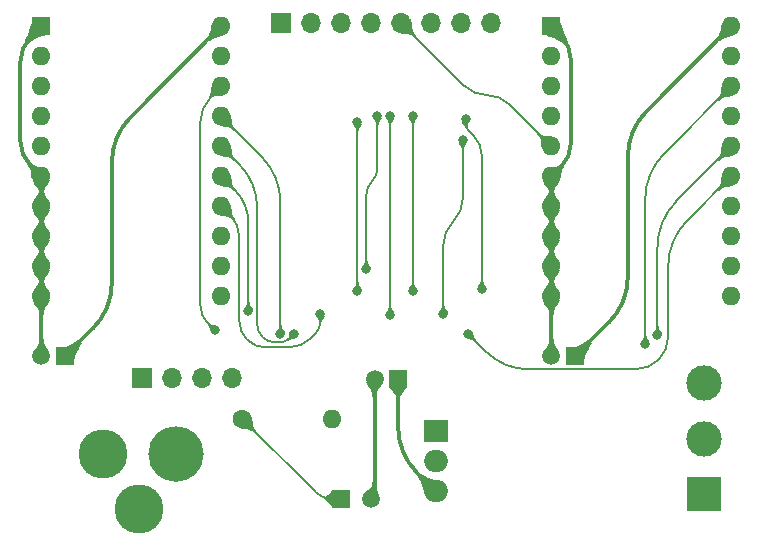
<source format=gbl>
%TF.GenerationSoftware,KiCad,Pcbnew,8.0.7*%
%TF.CreationDate,2025-03-14T18:50:49+02:00*%
%TF.ProjectId,LCD Dual 7 Segment Tester,4c434420-4475-4616-9c20-37205365676d,V1*%
%TF.SameCoordinates,Original*%
%TF.FileFunction,Copper,L2,Bot*%
%TF.FilePolarity,Positive*%
%FSLAX46Y46*%
G04 Gerber Fmt 4.6, Leading zero omitted, Abs format (unit mm)*
G04 Created by KiCad (PCBNEW 8.0.7) date 2025-03-14 18:50:49*
%MOMM*%
%LPD*%
G01*
G04 APERTURE LIST*
%TA.AperFunction,ComponentPad*%
%ADD10R,1.700000X1.700000*%
%TD*%
%TA.AperFunction,ComponentPad*%
%ADD11O,1.700000X1.700000*%
%TD*%
%TA.AperFunction,ComponentPad*%
%ADD12C,1.500000*%
%TD*%
%TA.AperFunction,ComponentPad*%
%ADD13R,1.500000X1.500000*%
%TD*%
%TA.AperFunction,ComponentPad*%
%ADD14C,4.150000*%
%TD*%
%TA.AperFunction,ComponentPad*%
%ADD15C,4.700000*%
%TD*%
%TA.AperFunction,ComponentPad*%
%ADD16C,3.000000*%
%TD*%
%TA.AperFunction,ComponentPad*%
%ADD17R,3.000000X3.000000*%
%TD*%
%TA.AperFunction,ComponentPad*%
%ADD18O,1.600000X1.600000*%
%TD*%
%TA.AperFunction,ComponentPad*%
%ADD19C,1.600000*%
%TD*%
%TA.AperFunction,ComponentPad*%
%ADD20O,2.000000X1.905000*%
%TD*%
%TA.AperFunction,ComponentPad*%
%ADD21R,2.000000X1.905000*%
%TD*%
%TA.AperFunction,ComponentPad*%
%ADD22R,1.600000X1.600000*%
%TD*%
%TA.AperFunction,ViaPad*%
%ADD23C,0.800000*%
%TD*%
%TA.AperFunction,Conductor*%
%ADD24C,0.380000*%
%TD*%
%TA.AperFunction,Conductor*%
%ADD25C,0.200000*%
%TD*%
G04 APERTURE END LIST*
D10*
%TO.P,J2,1,Pin_1*%
%TO.N,/5V*%
X9779000Y9525000D03*
D11*
%TO.P,J2,2,Pin_2*%
X12319000Y9525000D03*
%TO.P,J2,3,Pin_3*%
X14858999Y9525000D03*
%TO.P,J2,4,Pin_4*%
X17399000Y9525000D03*
%TD*%
D12*
%TO.P,C2,2*%
%TO.N,/GND*%
X1270000Y11389400D03*
D13*
%TO.P,C2,1*%
%TO.N,/5V*%
X3270000Y11389400D03*
%TD*%
D14*
%TO.P,J1,SHL2,GND*%
%TO.N,/GND*%
X6500000Y3134400D03*
%TO.P,J1,SHL1,GND*%
X9500000Y-1565600D03*
D15*
%TO.P,J1,INNER,VCC*%
%TO.N,/12V Socket*%
X12700000Y3134400D03*
%TD*%
D12*
%TO.P,LED1,2,A*%
%TO.N,/GND*%
X29210000Y-675600D03*
D13*
%TO.P,LED1,1,K*%
%TO.N,Net-(LED1-K)*%
X26670000Y-675600D03*
%TD*%
D16*
%TO.P,S1,3,P2*%
%TO.N,unconnected-(S1-P2-Pad3)*%
X57404000Y9103400D03*
%TO.P,S1,2,CM*%
%TO.N,/12V Socket*%
X57404000Y4404400D03*
D17*
%TO.P,S1,1,P1*%
%TO.N,/12V*%
X57404000Y-294600D03*
%TD*%
D12*
%TO.P,C3,2*%
%TO.N,/GND*%
X29480000Y9484400D03*
D13*
%TO.P,C3,1*%
%TO.N,/5V*%
X31480000Y9484400D03*
%TD*%
D18*
%TO.P,R1,2*%
%TO.N,/5V*%
X25908000Y6096000D03*
D19*
%TO.P,R1,1*%
%TO.N,Net-(LED1-K)*%
X18288000Y6096000D03*
%TD*%
D12*
%TO.P,C1,2*%
%TO.N,/GND*%
X44450000Y11389400D03*
D13*
%TO.P,C1,1*%
%TO.N,/5V*%
X46450000Y11389400D03*
%TD*%
D20*
%TO.P,U1,3,OUT*%
%TO.N,/5V*%
X34671000Y-40600D03*
%TO.P,U1,2,GND*%
%TO.N,/GND*%
X34671000Y2499400D03*
D21*
%TO.P,U1,1,IN*%
%TO.N,/12V*%
X34671000Y5039400D03*
%TD*%
D11*
%TO.P,J3,8,Pin_8*%
%TO.N,IC0*%
X39385000Y39624000D03*
%TO.P,J3,7,Pin_7*%
%TO.N,IC1*%
X36845000Y39624000D03*
%TO.P,J3,6,Pin_6*%
%TO.N,IC2*%
X34305000Y39624000D03*
%TO.P,J3,5,Pin_5*%
%TO.N,IC3*%
X31765000Y39624000D03*
%TO.P,J3,4,Pin_4*%
%TO.N,IC4*%
X29225000Y39624000D03*
%TO.P,J3,3,Pin_3*%
%TO.N,IC5*%
X26685000Y39624000D03*
%TO.P,J3,2,Pin_2*%
%TO.N,IC6*%
X24145000Y39624000D03*
D10*
%TO.P,J3,1,Pin_1*%
%TO.N,IC7*%
X21605000Y39624000D03*
%TD*%
D18*
%TO.P,IC14,20,5V*%
%TO.N,/5V*%
X16510000Y39329400D03*
%TO.P,IC14,19,I/O7*%
%TO.N,unconnected-(IC14-I{slash}O7-Pad19)*%
X16510000Y36789400D03*
%TO.P,IC14,18,I/O6*%
%TO.N,/Low Count Display/Left Digit 0 G segment*%
X16510000Y34249400D03*
%TO.P,IC14,17,I/O5*%
%TO.N,/Low Count Display/Left Digit 0 F segment*%
X16510000Y31709400D03*
%TO.P,IC14,16,I/O4*%
%TO.N,/Low Count Display/Left Digit 0 E segment*%
X16510000Y29169400D03*
%TO.P,IC14,15,I/O3*%
%TO.N,/Low Count Display/Left Digit 0 D segment*%
X16510000Y26629400D03*
%TO.P,IC14,14,I/O2*%
%TO.N,/Low Count Display/Left Digit 0 C segment*%
X16510000Y24089400D03*
%TO.P,IC14,13,I/O1*%
%TO.N,/Low Count Display/Left Digit 0 B segment*%
X16510000Y21549400D03*
%TO.P,IC14,12,I/O0*%
%TO.N,/Low Count Display/Left Digit 0 A segment*%
X16510000Y19009400D03*
%TO.P,IC14,11,IN9/~{OE}*%
%TO.N,/GND*%
X16510000Y16469400D03*
%TO.P,IC14,10,GND*%
X1270000Y16469400D03*
%TO.P,IC14,9,IN8*%
X1270000Y19009400D03*
%TO.P,IC14,8,IN7*%
X1270000Y21549400D03*
%TO.P,IC14,7,IN6*%
X1270000Y24089400D03*
%TO.P,IC14,6,IN5*%
X1270000Y26629400D03*
%TO.P,IC14,5,IN4*%
%TO.N,IC7*%
X1270000Y29169400D03*
%TO.P,IC14,4,IN3/PD*%
%TO.N,IC6*%
X1270000Y31709400D03*
%TO.P,IC14,3,IN2*%
%TO.N,IC5*%
X1270000Y34249400D03*
%TO.P,IC14,2,IN1*%
%TO.N,IC4*%
X1270000Y36789400D03*
D22*
%TO.P,IC14,1,CLK/IN*%
%TO.N,/GND*%
X1270000Y39329400D03*
%TD*%
D18*
%TO.P,IC6,20,5V*%
%TO.N,/5V*%
X59690000Y39329400D03*
%TO.P,IC6,19,I/O7*%
%TO.N,unconnected-(IC6-I{slash}O7-Pad19)*%
X59690000Y36789400D03*
%TO.P,IC6,18,I/O6*%
%TO.N,/Low Count Display/Right Digit 0 G segment*%
X59690000Y34249400D03*
%TO.P,IC6,17,I/O5*%
%TO.N,/Low Count Display/Right Digit 0 F segment*%
X59690000Y31709400D03*
%TO.P,IC6,16,I/O4*%
%TO.N,/Low Count Display/Right Digit 0 E segment*%
X59690000Y29169400D03*
%TO.P,IC6,15,I/O3*%
%TO.N,/Low Count Display/Right Digit 0 D segment*%
X59690000Y26629400D03*
%TO.P,IC6,14,I/O2*%
%TO.N,/Low Count Display/Right Digit 0 C segment*%
X59690000Y24089400D03*
%TO.P,IC6,13,I/O1*%
%TO.N,/Low Count Display/Right Digit 0 B segment*%
X59690000Y21549400D03*
%TO.P,IC6,12,I/O0*%
%TO.N,/Low Count Display/Right Digit 0 A segment*%
X59690000Y19009400D03*
%TO.P,IC6,11,IN9/~{OE}*%
%TO.N,/GND*%
X59690000Y16469400D03*
%TO.P,IC6,10,GND*%
X44450000Y16469400D03*
%TO.P,IC6,9,IN8*%
X44450000Y19009400D03*
%TO.P,IC6,8,IN7*%
X44450000Y21549400D03*
%TO.P,IC6,7,IN6*%
X44450000Y24089400D03*
%TO.P,IC6,6,IN5*%
X44450000Y26629400D03*
%TO.P,IC6,5,IN4*%
%TO.N,IC3*%
X44450000Y29169400D03*
%TO.P,IC6,4,IN3/PD*%
%TO.N,IC2*%
X44450000Y31709400D03*
%TO.P,IC6,3,IN2*%
%TO.N,IC1*%
X44450000Y34249400D03*
%TO.P,IC6,2,IN1*%
%TO.N,IC0*%
X44450000Y36789400D03*
D22*
%TO.P,IC6,1,CLK/IN*%
%TO.N,/GND*%
X44450000Y39329400D03*
%TD*%
D23*
%TO.N,/Low Count Display/Right \u03A9 Digit 0 B segment*%
X37211000Y31496000D03*
X38570000Y17108000D03*
%TO.N,/Low Count Display/Left \u03A9 Digit 0 A segment*%
X28028800Y31242000D03*
X28028800Y16906400D03*
%TO.N,/Low Count Display/Left \u03A9 Digit 0 B segment*%
X28778800Y18753400D03*
X29730000Y31764700D03*
%TO.N,/Low Count Display/Right \u03A9 Digit 0 G segment*%
X30803400Y31776600D03*
X30803400Y14928400D03*
%TO.N,/Low Count Display/Right \u03A9 Digit 0 F segment*%
X32730000Y16905400D03*
X32730000Y31787900D03*
%TO.N,/Low Count Display/Right Digit 0 D segment*%
X37428600Y13290400D03*
%TO.N,/Low Count Display/Right Digit 0 G segment*%
X52395900Y12446000D03*
%TO.N,/Low Count Display/Right Digit 0 E segment*%
X53437700Y13208000D03*
%TO.N,/Low Count Display/Right Digit 0 F segment*%
X35304100Y14986000D03*
X36956994Y29718000D03*
%TO.N,/Low Count Display/Left Digit 0 G segment*%
X15970000Y13597700D03*
%TO.N,/Low Count Display/Left Digit 0 F segment*%
X21513800Y13291800D03*
%TO.N,/Low Count Display/Left Digit 0 D segment*%
X18795992Y15240000D03*
%TO.N,/Low Count Display/Left Digit 0 C segment*%
X24892000Y14986000D03*
%TO.N,/Low Count Display/Left Digit 0 E segment*%
X22627100Y13284400D03*
%TD*%
D24*
%TO.N,/5V*%
X50927000Y18120363D02*
G75*
G02*
X49333204Y14272610I-5441550J7D01*
G01*
X7239000Y17612363D02*
G75*
G02*
X5645207Y13764607I-5441554J2D01*
G01*
X8832792Y31652192D02*
G75*
G03*
X7239003Y27804436I3847758J-3847752D01*
G01*
X52520792Y32160192D02*
G75*
G03*
X50926989Y28312436I3847808J-3847792D01*
G01*
X31480000Y5404363D02*
G75*
G03*
X33073791Y1556606I5441550J-3D01*
G01*
%TO.N,/GND*%
X45275500Y38503900D02*
G75*
G02*
X46100986Y36510966I-1992900J-1992900D01*
G01*
X-507999Y29664635D02*
G75*
G03*
X381000Y27518400I3035232J-2D01*
G01*
X46101000Y29447833D02*
G75*
G02*
X45275510Y27454890I-2818400J-33D01*
G01*
X381000Y38440400D02*
G75*
G03*
X-508002Y36294164I2146240J-2146240D01*
G01*
D25*
%TO.N,/Low Count Display/Left Digit 0 E segment*%
X18028000Y27651400D02*
G75*
G02*
X19546010Y23986623I-3664800J-3664800D01*
G01*
X19991700Y13028300D02*
G75*
G03*
X21067714Y12582606I1076000J1076000D01*
G01*
X22276200Y12933500D02*
G75*
G02*
X21429052Y12582620I-847100J847100D01*
G01*
X19546000Y14104314D02*
G75*
G03*
X19991696Y13028296I1521700J-14D01*
G01*
%TO.N,/Low Count Display/Left Digit 0 C segment*%
X17272000Y23327400D02*
G75*
G02*
X18033987Y21487769I-1839600J-1839600D01*
G01*
X18683700Y12812300D02*
G75*
G03*
X20252214Y12162606I1568500J1568500D01*
G01*
X24115300Y12939300D02*
G75*
G02*
X22240180Y12162608I-1875100J1875100D01*
G01*
X24892000Y14351000D02*
G75*
G02*
X24442982Y13266992I-1533000J0D01*
G01*
X18034000Y14380814D02*
G75*
G03*
X18683696Y12812296I2218200J-14D01*
G01*
%TO.N,/Low Count Display/Left Digit 0 D segment*%
X17652996Y25486404D02*
G75*
G02*
X18795981Y22726967I-2759396J-2759404D01*
G01*
%TO.N,/Low Count Display/Left Digit 0 F segment*%
X19920007Y28299392D02*
G75*
G02*
X21513801Y24451636I-3847767J-3847762D01*
G01*
%TO.N,/Low Count Display/Left Digit 0 G segment*%
X15621000Y33360400D02*
G75*
G03*
X14732015Y31214164I2146200J-2146200D01*
G01*
X14732000Y15711098D02*
G75*
G03*
X15351001Y14216701I2113400J2D01*
G01*
%TO.N,/Low Count Display/Right Digit 0 F segment*%
X36130547Y22795553D02*
G75*
G03*
X35304086Y20800333I1995253J-1995253D01*
G01*
X36956994Y24790772D02*
G75*
G02*
X36130539Y22795561I-2821694J28D01*
G01*
%TO.N,IC3*%
X40878765Y32740634D02*
G75*
G03*
X38975000Y33529208I-1903765J-1903734D01*
G01*
X37071234Y34317765D02*
G75*
G03*
X38975000Y33529190I1903766J1903735D01*
G01*
%TO.N,/Low Count Display/Right Digit 0 E segment*%
X55031492Y24510892D02*
G75*
G03*
X53437689Y20663136I3847808J-3847792D01*
G01*
%TO.N,/Low Count Display/Right Digit 0 G segment*%
X53989692Y28549092D02*
G75*
G03*
X52395889Y24701336I3847808J-3847792D01*
G01*
%TO.N,/Low Count Display/Right Digit 0 D segment*%
X53534950Y11116950D02*
G75*
G02*
X51581730Y10307887I-1953250J1953250D01*
G01*
X55937792Y22877192D02*
G75*
G03*
X54343989Y19029436I3847808J-3847792D01*
G01*
X38919850Y11799150D02*
G75*
G03*
X42520045Y10307919I3600150J3600150D01*
G01*
X54344000Y13070169D02*
G75*
G02*
X53534941Y11116959I-2762300J31D01*
G01*
%TO.N,/Low Count Display/Left \u03A9 Digit 0 B segment*%
X29730000Y27354599D02*
G75*
G02*
X29254400Y26206400I-1623800J1D01*
G01*
X29254400Y26206400D02*
G75*
G03*
X28778800Y25058200I1148200J-1148200D01*
G01*
%TO.N,/Low Count Display/Right \u03A9 Digit 0 B segment*%
X37890499Y30054499D02*
G75*
G02*
X38570016Y28414041I-1640499J-1640499D01*
G01*
X37211000Y31115000D02*
G75*
G03*
X37480411Y30464596I919800J0D01*
G01*
%TO.N,Net-(LED1-K)*%
X24490237Y-106237D02*
G75*
G03*
X25864800Y-675607I1374563J1374537D01*
G01*
%TO.N,/Low Count Display/Left Digit 0 C segment*%
X24892000Y14986000D02*
X24892000Y14351000D01*
X24115300Y12939300D02*
X24442987Y13266987D01*
X20252214Y12162600D02*
X22240180Y12162600D01*
X18034000Y21487769D02*
X18034000Y14380814D01*
X17272000Y23327400D02*
X16510000Y24089400D01*
%TO.N,/Low Count Display/Left Digit 0 G segment*%
X15351000Y14216700D02*
X15970000Y13597700D01*
X15621000Y33360400D02*
X16510000Y34249400D01*
X14732000Y31214164D02*
X14732000Y15711098D01*
%TO.N,/Low Count Display/Left Digit 0 F segment*%
X21513800Y24451636D02*
X21513800Y13291800D01*
X19920007Y28299392D02*
X16510000Y31709400D01*
D24*
%TO.N,/5V*%
X8832792Y31652192D02*
X16510000Y39329400D01*
X7239000Y17612363D02*
X7239000Y27804436D01*
X5645207Y13764607D02*
X3270000Y11389400D01*
D25*
%TO.N,/Low Count Display/Left Digit 0 D segment*%
X17652996Y25486404D02*
X16510000Y26629400D01*
X18795992Y15240000D02*
X18795992Y22726967D01*
%TO.N,/Low Count Display/Left Digit 0 E segment*%
X18028000Y27651400D02*
X16510000Y29169400D01*
X19546000Y23986623D02*
X19546000Y14104314D01*
X21067714Y12582600D02*
X21429052Y12582600D01*
X22276200Y12933500D02*
X22627100Y13284400D01*
%TO.N,/Low Count Display/Right Digit 0 F segment*%
X35304100Y20800333D02*
X35304100Y14986000D01*
X36956994Y24790772D02*
X36956994Y29718000D01*
D24*
%TO.N,/GND*%
X381000Y38440400D02*
X1270000Y39329400D01*
X-507999Y29664635D02*
X-507999Y36294164D01*
X381000Y27518400D02*
X1270000Y26629400D01*
%TO.N,/5V*%
X49333207Y14272607D02*
X46450000Y11389400D01*
X50927000Y18120363D02*
X50927000Y28312436D01*
X52520792Y32160192D02*
X59690000Y39329400D01*
%TO.N,/GND*%
X45275500Y27454900D02*
X44450000Y26629400D01*
X46101000Y36510966D02*
X46101000Y29447833D01*
X45275500Y38503900D02*
X44450000Y39329400D01*
D25*
%TO.N,/Low Count Display/Right \u03A9 Digit 0 B segment*%
X37211000Y31496000D02*
X37211000Y31115000D01*
X37890499Y30054499D02*
X37480407Y30464592D01*
X38570000Y17108000D02*
X38570000Y28414041D01*
%TO.N,IC3*%
X37071234Y34317765D02*
X31765000Y39624000D01*
X40878765Y32740634D02*
X44450000Y29169400D01*
%TO.N,/Low Count Display/Right \u03A9 Digit 0 G segment*%
X30803400Y14928400D02*
X30803400Y31776600D01*
%TO.N,/Low Count Display/Left \u03A9 Digit 0 B segment*%
X28778800Y18753400D02*
X28778800Y25058200D01*
X29730000Y31764700D02*
X29730000Y27354599D01*
%TO.N,/Low Count Display/Left \u03A9 Digit 0 A segment*%
X28028800Y31242000D02*
X28028800Y16906400D01*
%TO.N,/Low Count Display/Right Digit 0 G segment*%
X52395900Y12446000D02*
X52395900Y24701336D01*
X53989692Y28549092D02*
X59690000Y34249400D01*
%TO.N,/Low Count Display/Right Digit 0 E segment*%
X53437700Y20663136D02*
X53437700Y13208000D01*
X55031492Y24510892D02*
X59690000Y29169400D01*
%TO.N,/Low Count Display/Right Digit 0 D segment*%
X37428600Y13290400D02*
X38919850Y11799150D01*
X51581730Y10307900D02*
X42520045Y10307900D01*
X54344000Y19029436D02*
X54344000Y13070169D01*
X55937792Y22877192D02*
X59690000Y26629400D01*
D24*
%TO.N,/GND*%
X44450000Y21549400D02*
X44450000Y19009400D01*
X1270000Y24089400D02*
X1270000Y26629400D01*
X44450000Y16469400D02*
X44450000Y19009400D01*
X29480000Y9484400D02*
X29480000Y-405600D01*
X1270000Y16469400D02*
X1270000Y11389400D01*
X44450000Y24089400D02*
X44450000Y26629400D01*
X1270000Y19009400D02*
X1270000Y16469400D01*
X44450000Y21549400D02*
X44450000Y24089400D01*
X1270000Y19009400D02*
X1270000Y21549400D01*
X1270000Y21549400D02*
X1270000Y24089400D01*
X44450000Y16469400D02*
X44450000Y11389400D01*
D25*
%TO.N,Net-(LED1-K)*%
X25864800Y-675600D02*
X26670000Y-675600D01*
X24490237Y-106237D02*
X18288000Y6096000D01*
D24*
%TO.N,/5V*%
X33073792Y1556607D02*
X34671000Y-40600D01*
X31480000Y5404363D02*
X31480000Y9484400D01*
D25*
%TO.N,/Low Count Display/Right \u03A9 Digit 0 F segment*%
X32730000Y16905400D02*
X32730000Y31787900D01*
%TD*%
%TA.AperFunction,Conductor*%
%TO.N,/Low Count Display/Right \u03A9 Digit 0 B segment*%
G36*
X37215101Y31495056D02*
G01*
X37215119Y31495049D01*
X37568725Y31347850D01*
X37575046Y31341507D01*
X37575030Y31332553D01*
X37574580Y31331595D01*
X37504689Y31198961D01*
X37503934Y31197721D01*
X37430327Y31092243D01*
X37430322Y31092234D01*
X37430321Y31092233D01*
X37430320Y31092232D01*
X37376082Y30999020D01*
X37359206Y30892949D01*
X37359206Y30892946D01*
X37394691Y30758218D01*
X37393484Y30749345D01*
X37387854Y30744429D01*
X37222829Y30676072D01*
X37213875Y30676072D01*
X37207766Y30681899D01*
X37131665Y30843621D01*
X37060769Y30959048D01*
X36993377Y31055413D01*
X36993028Y31055945D01*
X36922631Y31170561D01*
X36922027Y31171680D01*
X36846655Y31331859D01*
X36846235Y31340802D01*
X36852262Y31347426D01*
X36852739Y31347637D01*
X37206119Y31495046D01*
X37215071Y31495068D01*
X37215101Y31495056D01*
G37*
%TD.AperFunction*%
%TD*%
%TA.AperFunction,Conductor*%
%TO.N,/Low Count Display/Left Digit 0 C segment*%
G36*
X24896658Y14985109D02*
G01*
X25250176Y14837671D01*
X25256492Y14831324D01*
X25256470Y14822369D01*
X25256221Y14821813D01*
X25188864Y14681373D01*
X25188296Y14680328D01*
X25124888Y14576655D01*
X25124889Y14576655D01*
X25070333Y14486674D01*
X25024952Y14377314D01*
X25024948Y14377303D01*
X24991084Y14225595D01*
X24985937Y14218267D01*
X24977835Y14216588D01*
X24801236Y14244558D01*
X24793603Y14249236D01*
X24791371Y14256362D01*
X24794447Y14400943D01*
X24794446Y14400946D01*
X24753940Y14504522D01*
X24684916Y14589383D01*
X24603361Y14687175D01*
X24602124Y14688983D01*
X24528777Y14821491D01*
X24527769Y14830387D01*
X24533348Y14837391D01*
X24534514Y14837955D01*
X24887654Y14985111D01*
X24896608Y14985130D01*
X24896658Y14985109D01*
G37*
%TD.AperFunction*%
%TD*%
%TA.AperFunction,Conductor*%
%TO.N,/Low Count Display/Left Digit 0 C segment*%
G36*
X17246541Y24390781D02*
G01*
X17252865Y24384441D01*
X17253124Y24383751D01*
X17367191Y24049065D01*
X17367600Y24047532D01*
X17418112Y23788701D01*
X17418192Y23788245D01*
X17453251Y23561170D01*
X17524747Y23311568D01*
X17679858Y22994649D01*
X17680417Y22985712D01*
X17675199Y22979373D01*
X17520063Y22889807D01*
X17511185Y22888639D01*
X17505162Y22892527D01*
X17303772Y23138538D01*
X17085934Y23231829D01*
X16841177Y23244816D01*
X16553999Y23257547D01*
X16551515Y23257927D01*
X16216761Y23346866D01*
X16209646Y23352303D01*
X16208458Y23361178D01*
X16208952Y23362641D01*
X16491850Y24047532D01*
X16507645Y24085773D01*
X16513971Y24092111D01*
X16513995Y24092121D01*
X17237586Y24390792D01*
X17246541Y24390781D01*
G37*
%TD.AperFunction*%
%TD*%
%TA.AperFunction,Conductor*%
%TO.N,/Low Count Display/Left Digit 0 G segment*%
G36*
X15483235Y14227223D02*
G01*
X15606485Y14124071D01*
X15606488Y14124069D01*
X15606490Y14124068D01*
X15649232Y14103819D01*
X15716941Y14071743D01*
X15826447Y14047752D01*
X15954418Y14022851D01*
X15955852Y14022476D01*
X16111139Y13971192D01*
X16117920Y13965343D01*
X16118580Y13956413D01*
X16118290Y13955630D01*
X15972563Y13601504D01*
X15966245Y13595157D01*
X15779405Y13518269D01*
X15612068Y13449409D01*
X15603114Y13449430D01*
X15596796Y13455777D01*
X15596515Y13456533D01*
X15545218Y13611857D01*
X15544849Y13613269D01*
X15519949Y13741235D01*
X15495954Y13850758D01*
X15443630Y13961208D01*
X15340473Y14084466D01*
X15337793Y14093007D01*
X15341174Y14100245D01*
X15467453Y14226524D01*
X15475726Y14229951D01*
X15483235Y14227223D01*
G37*
%TD.AperFunction*%
%TD*%
%TA.AperFunction,Conductor*%
%TO.N,/Low Count Display/Left Digit 0 G segment*%
G36*
X15782885Y34550597D02*
G01*
X16506128Y34252036D01*
X16512468Y34245711D01*
X16512478Y34245687D01*
X16810995Y33522770D01*
X16810985Y33513815D01*
X16804647Y33507490D01*
X16803070Y33506966D01*
X16500290Y33429881D01*
X16497342Y33429520D01*
X16240722Y33430947D01*
X16240466Y33430952D01*
X16017417Y33439351D01*
X15888762Y33403026D01*
X15805319Y33379467D01*
X15587681Y33182706D01*
X15579246Y33179700D01*
X15572540Y33182238D01*
X15432107Y33294228D01*
X15427776Y33302065D01*
X15429487Y33309586D01*
X15591958Y33568928D01*
X15591961Y33568933D01*
X15649658Y33789086D01*
X15658031Y34000385D01*
X15658062Y34000879D01*
X15678018Y34241765D01*
X15678462Y34244128D01*
X15680810Y34252036D01*
X15767205Y34543111D01*
X15772844Y34550067D01*
X15781750Y34550998D01*
X15782885Y34550597D01*
G37*
%TD.AperFunction*%
%TD*%
%TA.AperFunction,Conductor*%
%TO.N,/Low Count Display/Left Digit 0 F segment*%
G36*
X21611366Y14088373D02*
G01*
X21614747Y14081135D01*
X21628958Y13921040D01*
X21670062Y13805935D01*
X21730534Y13711532D01*
X21803411Y13603442D01*
X21804160Y13602162D01*
X21877700Y13456097D01*
X21878360Y13447167D01*
X21872511Y13440386D01*
X21871752Y13440037D01*
X21798516Y13409503D01*
X21518299Y13292675D01*
X21509350Y13292655D01*
X21155846Y13440037D01*
X21149529Y13446384D01*
X21149550Y13455338D01*
X21149899Y13456097D01*
X21152511Y13461286D01*
X21223442Y13602170D01*
X21224182Y13603435D01*
X21297061Y13711528D01*
X21357538Y13805938D01*
X21398640Y13921038D01*
X21412853Y14081135D01*
X21416998Y14089072D01*
X21424507Y14091800D01*
X21603093Y14091800D01*
X21611366Y14088373D01*
G37*
%TD.AperFunction*%
%TD*%
%TA.AperFunction,Conductor*%
%TO.N,/Low Count Display/Left Digit 0 F segment*%
G36*
X17246118Y32010606D02*
G01*
X17252443Y32004267D01*
X17252831Y32003177D01*
X17353995Y31667418D01*
X17354421Y31665326D01*
X17384416Y31393391D01*
X17384427Y31393287D01*
X17408224Y31158286D01*
X17408225Y31158283D01*
X17494518Y30922813D01*
X17705595Y30656911D01*
X17708054Y30648301D01*
X17704704Y30641364D01*
X17578035Y30514695D01*
X17569762Y30511268D01*
X17562490Y30513803D01*
X17296586Y30724880D01*
X17061119Y30811173D01*
X17061113Y30811173D01*
X17061112Y30811174D01*
X16994366Y30817932D01*
X16826008Y30834982D01*
X16554070Y30864976D01*
X16551981Y30865401D01*
X16216219Y30966569D01*
X16209289Y30972236D01*
X16208394Y30981146D01*
X16208778Y30982225D01*
X16507437Y31705612D01*
X16513762Y31711951D01*
X16513787Y31711962D01*
X17237163Y32010617D01*
X17246118Y32010606D01*
G37*
%TD.AperFunction*%
%TD*%
%TA.AperFunction,Conductor*%
%TO.N,/5V*%
G36*
X15782556Y39630732D02*
G01*
X16506212Y39331962D01*
X16512551Y39325637D01*
X16512562Y39325612D01*
X16811332Y38601956D01*
X16811321Y38593001D01*
X16804982Y38586676D01*
X16804174Y38586377D01*
X16479730Y38480199D01*
X16478235Y38479818D01*
X16220060Y38431862D01*
X15999378Y38386270D01*
X15777001Y38283453D01*
X15521185Y38070510D01*
X15512636Y38067852D01*
X15505430Y38071229D01*
X15251829Y38324830D01*
X15248403Y38333102D01*
X15251110Y38340585D01*
X15464053Y38596401D01*
X15566870Y38818778D01*
X15612462Y39039460D01*
X15660418Y39297635D01*
X15660800Y39299133D01*
X15671544Y39331962D01*
X15766972Y39623557D01*
X15772801Y39630353D01*
X15781730Y39631037D01*
X15782556Y39630732D01*
G37*
%TD.AperFunction*%
%TD*%
%TA.AperFunction,Conductor*%
%TO.N,/5V*%
G36*
X4422858Y12797200D02*
G01*
X4678254Y12541804D01*
X4681681Y12533531D01*
X4680044Y12527563D01*
X4551744Y12311251D01*
X4551740Y12311244D01*
X4551738Y12311240D01*
X4418811Y12053530D01*
X4418806Y12053519D01*
X4285874Y11762202D01*
X4209331Y11575111D01*
X4152936Y11437267D01*
X4083086Y11248882D01*
X4024218Y11090117D01*
X4018129Y11083552D01*
X4009180Y11083215D01*
X4008797Y11083365D01*
X3273784Y11386838D01*
X3267449Y11393158D01*
X2964634Y12126577D01*
X2964644Y12135530D01*
X2970983Y12141854D01*
X2972873Y12142453D01*
X3250665Y12205135D01*
X3250672Y12205137D01*
X3541993Y12304470D01*
X3542001Y12304473D01*
X3833322Y12437407D01*
X3833323Y12437408D01*
X4124651Y12603944D01*
X4124653Y12603945D01*
X4407960Y12798571D01*
X4416720Y12800431D01*
X4422858Y12797200D01*
G37*
%TD.AperFunction*%
%TD*%
%TA.AperFunction,Conductor*%
%TO.N,/Low Count Display/Left Digit 0 D segment*%
G36*
X17246118Y26930606D02*
G01*
X17252443Y26924267D01*
X17252831Y26923177D01*
X17353995Y26587418D01*
X17354421Y26585326D01*
X17384416Y26313391D01*
X17384427Y26313287D01*
X17408223Y26078286D01*
X17408224Y26078283D01*
X17494518Y25842813D01*
X17705595Y25576911D01*
X17708054Y25568301D01*
X17704704Y25561364D01*
X17578035Y25434695D01*
X17569762Y25431268D01*
X17562490Y25433803D01*
X17296586Y25644880D01*
X17061119Y25731173D01*
X17061113Y25731173D01*
X17061112Y25731174D01*
X16994366Y25737932D01*
X16826008Y25754982D01*
X16554070Y25784976D01*
X16551981Y25785401D01*
X16216219Y25886569D01*
X16209289Y25892236D01*
X16208394Y25901146D01*
X16208778Y25902225D01*
X16507437Y26625612D01*
X16513762Y26631951D01*
X16513787Y26631962D01*
X17237163Y26930617D01*
X17246118Y26930606D01*
G37*
%TD.AperFunction*%
%TD*%
%TA.AperFunction,Conductor*%
%TO.N,/Low Count Display/Left Digit 0 D segment*%
G36*
X18893558Y16036573D02*
G01*
X18896939Y16029335D01*
X18911150Y15869240D01*
X18952254Y15754135D01*
X19012726Y15659732D01*
X19085603Y15551642D01*
X19086352Y15550362D01*
X19159892Y15404297D01*
X19160552Y15395367D01*
X19154703Y15388586D01*
X19153944Y15388237D01*
X19080708Y15357703D01*
X18800491Y15240875D01*
X18791542Y15240855D01*
X18438038Y15388237D01*
X18431721Y15394584D01*
X18431742Y15403538D01*
X18432091Y15404297D01*
X18434703Y15409486D01*
X18505634Y15550370D01*
X18506374Y15551635D01*
X18579253Y15659728D01*
X18639730Y15754138D01*
X18680832Y15869238D01*
X18695045Y16029335D01*
X18699190Y16037272D01*
X18706699Y16040000D01*
X18885285Y16040000D01*
X18893558Y16036573D01*
G37*
%TD.AperFunction*%
%TD*%
%TA.AperFunction,Conductor*%
%TO.N,/Low Count Display/Left Digit 0 E segment*%
G36*
X17246118Y29470606D02*
G01*
X17252443Y29464267D01*
X17252831Y29463177D01*
X17353995Y29127418D01*
X17354421Y29125326D01*
X17384416Y28853391D01*
X17384427Y28853287D01*
X17408223Y28618286D01*
X17408224Y28618283D01*
X17494518Y28382813D01*
X17705595Y28116911D01*
X17708054Y28108301D01*
X17704704Y28101364D01*
X17578035Y27974695D01*
X17569762Y27971268D01*
X17562490Y27973803D01*
X17296586Y28184880D01*
X17061119Y28271173D01*
X17061113Y28271173D01*
X17061112Y28271174D01*
X16994366Y28277932D01*
X16826008Y28294982D01*
X16554070Y28324976D01*
X16551981Y28325401D01*
X16216219Y28426569D01*
X16209289Y28432236D01*
X16208394Y28441146D01*
X16208778Y28442225D01*
X16507437Y29165612D01*
X16513762Y29171951D01*
X16513787Y29171962D01*
X17237163Y29470617D01*
X17246118Y29470606D01*
G37*
%TD.AperFunction*%
%TD*%
%TA.AperFunction,Conductor*%
%TO.N,/Low Count Display/Left Digit 0 E segment*%
G36*
X22269775Y13432437D02*
G01*
X22623421Y13286811D01*
X22629766Y13280492D01*
X22629786Y13280443D01*
X22775404Y12926441D01*
X22775382Y12917486D01*
X22769035Y12911170D01*
X22768289Y12910892D01*
X22692472Y12885659D01*
X22629922Y12864841D01*
X22628287Y12864425D01*
X22515295Y12844219D01*
X22515050Y12844179D01*
X22415917Y12829365D01*
X22309037Y12795734D01*
X22188196Y12727955D01*
X22181592Y12724251D01*
X22172700Y12723192D01*
X22166141Y12727953D01*
X22066634Y12876878D01*
X22064888Y12885659D01*
X22068488Y12892029D01*
X22164283Y12979211D01*
X22203180Y13071991D01*
X22210106Y13173013D01*
X22217362Y13290486D01*
X22217759Y13292869D01*
X22254039Y13424722D01*
X22259538Y13431790D01*
X22268424Y13432899D01*
X22269775Y13432437D01*
G37*
%TD.AperFunction*%
%TD*%
%TA.AperFunction,Conductor*%
%TO.N,/Low Count Display/Right Digit 0 F segment*%
G36*
X35401666Y15782573D02*
G01*
X35405047Y15775335D01*
X35419258Y15615240D01*
X35460362Y15500135D01*
X35520834Y15405732D01*
X35593711Y15297642D01*
X35594460Y15296362D01*
X35668000Y15150297D01*
X35668660Y15141367D01*
X35662811Y15134586D01*
X35662052Y15134237D01*
X35588816Y15103703D01*
X35308599Y14986875D01*
X35299650Y14986855D01*
X34946146Y15134237D01*
X34939829Y15140584D01*
X34939850Y15149538D01*
X34940199Y15150297D01*
X34942811Y15155486D01*
X35013742Y15296370D01*
X35014482Y15297635D01*
X35087361Y15405728D01*
X35147838Y15500138D01*
X35188940Y15615238D01*
X35203153Y15775335D01*
X35207298Y15783272D01*
X35214807Y15786000D01*
X35393393Y15786000D01*
X35401666Y15782573D01*
G37*
%TD.AperFunction*%
%TD*%
%TA.AperFunction,Conductor*%
%TO.N,/Low Count Display/Right Digit 0 F segment*%
G36*
X36961496Y29717123D02*
G01*
X37314946Y29569762D01*
X37321264Y29563415D01*
X37321243Y29554461D01*
X37320894Y29553702D01*
X37247354Y29407635D01*
X37246605Y29406355D01*
X37173728Y29298266D01*
X37113256Y29203862D01*
X37072152Y29088758D01*
X37057941Y28928665D01*
X37053796Y28920728D01*
X37046287Y28918000D01*
X36867701Y28918000D01*
X36859428Y28921427D01*
X36856047Y28928665D01*
X36841834Y29088758D01*
X36841834Y29088761D01*
X36800732Y29203860D01*
X36740255Y29298271D01*
X36667372Y29406369D01*
X36666640Y29407620D01*
X36593091Y29553705D01*
X36592432Y29562632D01*
X36598281Y29569413D01*
X36599040Y29569762D01*
X36952492Y29717123D01*
X36961446Y29717144D01*
X36961496Y29717123D01*
G37*
%TD.AperFunction*%
%TD*%
%TA.AperFunction,Conductor*%
%TO.N,/GND*%
G36*
X481670Y39643741D02*
G01*
X1266015Y39332040D01*
X1272438Y39325800D01*
X1272447Y39325778D01*
X1608077Y38543029D01*
X1608188Y38534075D01*
X1601935Y38527665D01*
X1599307Y38526887D01*
X1496389Y38509193D01*
X1329201Y38480451D01*
X1044487Y38394903D01*
X1044484Y38394902D01*
X759766Y38272754D01*
X475047Y38114005D01*
X196665Y37923004D01*
X187905Y37921150D01*
X183826Y37922742D01*
X-122310Y38115102D01*
X-127492Y38122405D01*
X-126475Y38130388D01*
X-11142Y38353133D01*
X-11130Y38353159D01*
X109136Y38622028D01*
X229428Y38927555D01*
X229430Y38927559D01*
X349715Y39269669D01*
X466198Y39636410D01*
X471968Y39643257D01*
X480891Y39644019D01*
X481670Y39643741D01*
G37*
%TD.AperFunction*%
%TD*%
%TA.AperFunction,Conductor*%
%TO.N,/GND*%
G36*
X418005Y27751828D02*
G01*
X624465Y27556298D01*
X822892Y27481591D01*
X1030941Y27469115D01*
X1031003Y27469111D01*
X1272463Y27453360D01*
X1274859Y27452951D01*
X1563462Y27372059D01*
X1570503Y27366526D01*
X1571570Y27357635D01*
X1571118Y27356327D01*
X1272478Y26633112D01*
X1266153Y26626774D01*
X1266143Y26626769D01*
X542562Y26328069D01*
X533609Y26328080D01*
X527284Y26334420D01*
X526977Y26335252D01*
X432483Y26624603D01*
X432071Y26626271D01*
X393021Y26855566D01*
X361428Y27054489D01*
X285556Y27262997D01*
X119460Y27512965D01*
X117737Y27521750D01*
X121911Y27528585D01*
X402665Y27752480D01*
X411270Y27754959D01*
X418005Y27751828D01*
G37*
%TD.AperFunction*%
%TD*%
%TA.AperFunction,Conductor*%
%TO.N,/5V*%
G36*
X47602858Y12797200D02*
G01*
X47858254Y12541804D01*
X47861681Y12533531D01*
X47860044Y12527563D01*
X47731744Y12311251D01*
X47731740Y12311244D01*
X47731738Y12311240D01*
X47598810Y12053530D01*
X47598805Y12053519D01*
X47465874Y11762202D01*
X47389331Y11575111D01*
X47332936Y11437267D01*
X47263086Y11248882D01*
X47204218Y11090117D01*
X47198129Y11083552D01*
X47189180Y11083215D01*
X47188797Y11083365D01*
X46453784Y11386838D01*
X46447449Y11393158D01*
X46144634Y12126577D01*
X46144644Y12135530D01*
X46150983Y12141854D01*
X46152873Y12142453D01*
X46430665Y12205135D01*
X46430672Y12205137D01*
X46721993Y12304470D01*
X46722001Y12304473D01*
X47013322Y12437407D01*
X47013323Y12437408D01*
X47304651Y12603944D01*
X47304653Y12603945D01*
X47587960Y12798571D01*
X47596720Y12800431D01*
X47602858Y12797200D01*
G37*
%TD.AperFunction*%
%TD*%
%TA.AperFunction,Conductor*%
%TO.N,/5V*%
G36*
X58962556Y39630732D02*
G01*
X59686212Y39331962D01*
X59692551Y39325637D01*
X59692562Y39325612D01*
X59991332Y38601956D01*
X59991321Y38593001D01*
X59984982Y38586676D01*
X59984174Y38586377D01*
X59659730Y38480199D01*
X59658235Y38479818D01*
X59400060Y38431862D01*
X59179378Y38386270D01*
X58957001Y38283453D01*
X58701185Y38070510D01*
X58692636Y38067852D01*
X58685430Y38071229D01*
X58431829Y38324830D01*
X58428403Y38333102D01*
X58431110Y38340585D01*
X58644053Y38596401D01*
X58746870Y38818778D01*
X58792462Y39039460D01*
X58840418Y39297635D01*
X58840800Y39299133D01*
X58851544Y39331962D01*
X58946972Y39623557D01*
X58952801Y39630353D01*
X58961730Y39631037D01*
X58962556Y39630732D01*
G37*
%TD.AperFunction*%
%TD*%
%TA.AperFunction,Conductor*%
%TO.N,/GND*%
G36*
X45245221Y27680361D02*
G01*
X45526231Y27456266D01*
X45530562Y27448429D01*
X45528780Y27440795D01*
X45379170Y27207921D01*
X45379167Y27207915D01*
X45319168Y27010955D01*
X45319166Y27010943D01*
X45302303Y26822409D01*
X45302267Y26822062D01*
X45276457Y26606233D01*
X45276017Y26604164D01*
X45192893Y26335502D01*
X45187174Y26328611D01*
X45178258Y26327783D01*
X45177263Y26328140D01*
X44453869Y26626764D01*
X44447532Y26633086D01*
X44148964Y27356126D01*
X44148974Y27365080D01*
X44155312Y27371405D01*
X44156804Y27371907D01*
X44424152Y27442166D01*
X44426928Y27442548D01*
X44653634Y27446392D01*
X44653911Y27446394D01*
X44850604Y27445064D01*
X45037833Y27503483D01*
X45037835Y27503484D01*
X45152406Y27608618D01*
X45230016Y27679835D01*
X45238428Y27682903D01*
X45245221Y27680361D01*
G37*
%TD.AperFunction*%
%TD*%
%TA.AperFunction,Conductor*%
%TO.N,/GND*%
G36*
X45247372Y39633240D02*
G01*
X45253539Y39626747D01*
X45253766Y39626102D01*
X45375836Y39243004D01*
X45501672Y38884693D01*
X45627505Y38562991D01*
X45753346Y38277868D01*
X45874360Y38038880D01*
X45875040Y38029951D01*
X45870148Y38023689D01*
X45564874Y37831874D01*
X45564142Y37831414D01*
X45555313Y37829914D01*
X45551019Y37831871D01*
X45337677Y37987733D01*
X45265011Y38040822D01*
X45265005Y38040825D01*
X45264994Y38040834D01*
X44972564Y38217875D01*
X44680133Y38358317D01*
X44387703Y38462158D01*
X44387696Y38462159D01*
X44387695Y38462160D01*
X44336757Y38473872D01*
X44109081Y38526225D01*
X44101788Y38531417D01*
X44100303Y38540248D01*
X44101005Y38542358D01*
X44252413Y38884698D01*
X44447502Y39325801D01*
X44453980Y39331980D01*
X44453994Y39331985D01*
X44454004Y39331989D01*
X45238421Y39633471D01*
X45247372Y39633240D01*
G37*
%TD.AperFunction*%
%TD*%
%TA.AperFunction,Conductor*%
%TO.N,/Low Count Display/Right \u03A9 Digit 0 B segment*%
G36*
X38667566Y17904573D02*
G01*
X38670947Y17897335D01*
X38685158Y17737240D01*
X38726262Y17622135D01*
X38786734Y17527732D01*
X38859611Y17419642D01*
X38860360Y17418362D01*
X38933900Y17272297D01*
X38934560Y17263367D01*
X38928711Y17256586D01*
X38927952Y17256237D01*
X38854716Y17225703D01*
X38574499Y17108875D01*
X38565550Y17108855D01*
X38212046Y17256237D01*
X38205729Y17262584D01*
X38205750Y17271538D01*
X38206099Y17272297D01*
X38208711Y17277486D01*
X38279642Y17418370D01*
X38280382Y17419635D01*
X38353261Y17527728D01*
X38413738Y17622138D01*
X38454840Y17737238D01*
X38469053Y17897335D01*
X38473198Y17905272D01*
X38480707Y17908000D01*
X38659293Y17908000D01*
X38667566Y17904573D01*
G37*
%TD.AperFunction*%
%TD*%
%TA.AperFunction,Conductor*%
%TO.N,IC3*%
G36*
X32547292Y39944333D02*
G01*
X32553617Y39937994D01*
X32554011Y39936887D01*
X32661410Y39578491D01*
X32661837Y39576361D01*
X32692445Y39286537D01*
X32692458Y39286412D01*
X32716230Y39035621D01*
X32806763Y38784545D01*
X33031327Y38500797D01*
X33033774Y38492183D01*
X33030426Y38485263D01*
X32903736Y38358573D01*
X32895463Y38355146D01*
X32888204Y38357671D01*
X32604455Y38582234D01*
X32604453Y38582234D01*
X32604453Y38582235D01*
X32549707Y38601974D01*
X32353374Y38672769D01*
X32102586Y38696540D01*
X31812635Y38727160D01*
X31810509Y38727586D01*
X31452109Y38834988D01*
X31445171Y38840645D01*
X31444263Y38849554D01*
X31444657Y38850661D01*
X31521036Y39035624D01*
X31762438Y39620215D01*
X31768761Y39626552D01*
X32538337Y39944342D01*
X32547292Y39944333D01*
G37*
%TD.AperFunction*%
%TD*%
%TA.AperFunction,Conductor*%
%TO.N,IC3*%
G36*
X43397511Y30364995D02*
G01*
X43663413Y30153918D01*
X43898883Y30067625D01*
X43898886Y30067624D01*
X44133938Y30043821D01*
X44134042Y30043810D01*
X44405926Y30013821D01*
X44408018Y30013395D01*
X44743777Y29912231D01*
X44750710Y29906563D01*
X44751605Y29897653D01*
X44751217Y29896563D01*
X44452562Y29173187D01*
X44446237Y29166848D01*
X44446218Y29166839D01*
X43722834Y28868182D01*
X43713881Y28868193D01*
X43707556Y28874532D01*
X43707175Y28875601D01*
X43606001Y29211381D01*
X43605576Y29213471D01*
X43575582Y29485408D01*
X43575571Y29485512D01*
X43551774Y29720512D01*
X43551773Y29720515D01*
X43551773Y29720519D01*
X43465480Y29955986D01*
X43254403Y30221890D01*
X43251945Y30230498D01*
X43255295Y30237435D01*
X43381964Y30364104D01*
X43390237Y30367531D01*
X43397511Y30364995D01*
G37*
%TD.AperFunction*%
%TD*%
%TA.AperFunction,Conductor*%
%TO.N,/Low Count Display/Right \u03A9 Digit 0 G segment*%
G36*
X30900966Y15724973D02*
G01*
X30904347Y15717735D01*
X30918558Y15557640D01*
X30959662Y15442535D01*
X31020134Y15348132D01*
X31093011Y15240042D01*
X31093760Y15238762D01*
X31167300Y15092697D01*
X31167960Y15083767D01*
X31162111Y15076986D01*
X31161352Y15076637D01*
X31088116Y15046103D01*
X30807899Y14929275D01*
X30798950Y14929255D01*
X30445446Y15076637D01*
X30439129Y15082984D01*
X30439150Y15091938D01*
X30439499Y15092697D01*
X30442111Y15097886D01*
X30513042Y15238770D01*
X30513782Y15240035D01*
X30586661Y15348128D01*
X30647138Y15442538D01*
X30688240Y15557638D01*
X30702453Y15717735D01*
X30706598Y15725672D01*
X30714107Y15728400D01*
X30892693Y15728400D01*
X30900966Y15724973D01*
G37*
%TD.AperFunction*%
%TD*%
%TA.AperFunction,Conductor*%
%TO.N,/Low Count Display/Right \u03A9 Digit 0 G segment*%
G36*
X30807902Y31775723D02*
G01*
X31161352Y31628362D01*
X31167670Y31622015D01*
X31167649Y31613061D01*
X31167300Y31612302D01*
X31093760Y31466235D01*
X31093011Y31464955D01*
X31020134Y31356866D01*
X30959662Y31262462D01*
X30918558Y31147358D01*
X30904347Y30987265D01*
X30900202Y30979328D01*
X30892693Y30976600D01*
X30714107Y30976600D01*
X30705834Y30980027D01*
X30702453Y30987265D01*
X30688240Y31147358D01*
X30688240Y31147361D01*
X30647138Y31262460D01*
X30586661Y31356871D01*
X30513778Y31464969D01*
X30513046Y31466220D01*
X30439497Y31612305D01*
X30438838Y31621232D01*
X30444687Y31628013D01*
X30445446Y31628362D01*
X30798898Y31775723D01*
X30807852Y31775744D01*
X30807902Y31775723D01*
G37*
%TD.AperFunction*%
%TD*%
%TA.AperFunction,Conductor*%
%TO.N,/Low Count Display/Left \u03A9 Digit 0 B segment*%
G36*
X28876366Y19549973D02*
G01*
X28879747Y19542735D01*
X28893958Y19382640D01*
X28935062Y19267535D01*
X28995534Y19173132D01*
X29068411Y19065042D01*
X29069160Y19063762D01*
X29142700Y18917697D01*
X29143360Y18908767D01*
X29137511Y18901986D01*
X29136752Y18901637D01*
X29063516Y18871103D01*
X28783299Y18754275D01*
X28774350Y18754255D01*
X28420846Y18901637D01*
X28414529Y18907984D01*
X28414550Y18916938D01*
X28414899Y18917697D01*
X28417511Y18922886D01*
X28488442Y19063770D01*
X28489182Y19065035D01*
X28562061Y19173128D01*
X28622538Y19267538D01*
X28663640Y19382638D01*
X28677853Y19542735D01*
X28681998Y19550672D01*
X28689507Y19553400D01*
X28868093Y19553400D01*
X28876366Y19549973D01*
G37*
%TD.AperFunction*%
%TD*%
%TA.AperFunction,Conductor*%
%TO.N,/Low Count Display/Left \u03A9 Digit 0 B segment*%
G36*
X29734502Y31763823D02*
G01*
X30087952Y31616462D01*
X30094270Y31610115D01*
X30094249Y31601161D01*
X30093900Y31600402D01*
X30020360Y31454335D01*
X30019611Y31453055D01*
X29946734Y31344966D01*
X29886262Y31250562D01*
X29845158Y31135458D01*
X29830947Y30975365D01*
X29826802Y30967428D01*
X29819293Y30964700D01*
X29640707Y30964700D01*
X29632434Y30968127D01*
X29629053Y30975365D01*
X29614840Y31135458D01*
X29614840Y31135461D01*
X29573738Y31250560D01*
X29513261Y31344971D01*
X29440378Y31453069D01*
X29439646Y31454320D01*
X29366097Y31600405D01*
X29365438Y31609332D01*
X29371287Y31616113D01*
X29372046Y31616462D01*
X29725498Y31763823D01*
X29734452Y31763844D01*
X29734502Y31763823D01*
G37*
%TD.AperFunction*%
%TD*%
%TA.AperFunction,Conductor*%
%TO.N,/Low Count Display/Left \u03A9 Digit 0 A segment*%
G36*
X28033302Y31241123D02*
G01*
X28386752Y31093762D01*
X28393070Y31087415D01*
X28393049Y31078461D01*
X28392700Y31077702D01*
X28319160Y30931635D01*
X28318411Y30930355D01*
X28245534Y30822266D01*
X28185062Y30727862D01*
X28143958Y30612758D01*
X28129747Y30452665D01*
X28125602Y30444728D01*
X28118093Y30442000D01*
X27939507Y30442000D01*
X27931234Y30445427D01*
X27927853Y30452665D01*
X27913640Y30612758D01*
X27913640Y30612761D01*
X27872538Y30727860D01*
X27812061Y30822271D01*
X27739178Y30930369D01*
X27738446Y30931620D01*
X27664897Y31077705D01*
X27664238Y31086632D01*
X27670087Y31093413D01*
X27670846Y31093762D01*
X28024298Y31241123D01*
X28033252Y31241144D01*
X28033302Y31241123D01*
G37*
%TD.AperFunction*%
%TD*%
%TA.AperFunction,Conductor*%
%TO.N,/Low Count Display/Left \u03A9 Digit 0 A segment*%
G36*
X28126366Y17702973D02*
G01*
X28129747Y17695735D01*
X28143958Y17535640D01*
X28185062Y17420535D01*
X28245534Y17326132D01*
X28318411Y17218042D01*
X28319160Y17216762D01*
X28392700Y17070697D01*
X28393360Y17061767D01*
X28387511Y17054986D01*
X28386752Y17054637D01*
X28313516Y17024103D01*
X28033299Y16907275D01*
X28024350Y16907255D01*
X27670846Y17054637D01*
X27664529Y17060984D01*
X27664550Y17069938D01*
X27664899Y17070697D01*
X27667511Y17075886D01*
X27738442Y17216770D01*
X27739182Y17218035D01*
X27812061Y17326128D01*
X27872538Y17420538D01*
X27913640Y17535638D01*
X27927853Y17695735D01*
X27931998Y17703672D01*
X27939507Y17706400D01*
X28118093Y17706400D01*
X28126366Y17702973D01*
G37*
%TD.AperFunction*%
%TD*%
%TA.AperFunction,Conductor*%
%TO.N,/Low Count Display/Right Digit 0 G segment*%
G36*
X52493466Y13242573D02*
G01*
X52496847Y13235335D01*
X52511058Y13075240D01*
X52552162Y12960135D01*
X52612634Y12865732D01*
X52685511Y12757642D01*
X52686260Y12756362D01*
X52759800Y12610297D01*
X52760460Y12601367D01*
X52754611Y12594586D01*
X52753852Y12594237D01*
X52680616Y12563703D01*
X52400399Y12446875D01*
X52391450Y12446855D01*
X52037946Y12594237D01*
X52031629Y12600584D01*
X52031650Y12609538D01*
X52031999Y12610297D01*
X52034611Y12615486D01*
X52105542Y12756370D01*
X52106282Y12757635D01*
X52179161Y12865728D01*
X52239638Y12960138D01*
X52280740Y13075238D01*
X52294953Y13235335D01*
X52299098Y13243272D01*
X52306607Y13246000D01*
X52485193Y13246000D01*
X52493466Y13242573D01*
G37*
%TD.AperFunction*%
%TD*%
%TA.AperFunction,Conductor*%
%TO.N,/Low Count Display/Right Digit 0 G segment*%
G36*
X58962836Y34550617D02*
G01*
X59686212Y34251962D01*
X59692551Y34245637D01*
X59692562Y34245612D01*
X59991217Y33522236D01*
X59991206Y33513281D01*
X59984867Y33506956D01*
X59983791Y33506573D01*
X59672050Y33412643D01*
X59648018Y33405402D01*
X59645926Y33404976D01*
X59373991Y33374982D01*
X59228848Y33360283D01*
X59138886Y33351174D01*
X59138884Y33351173D01*
X59138880Y33351173D01*
X58903413Y33264880D01*
X58637510Y33053803D01*
X58628901Y33051345D01*
X58621965Y33054694D01*
X58495294Y33181365D01*
X58491868Y33189637D01*
X58494404Y33196911D01*
X58548358Y33264879D01*
X58705480Y33462813D01*
X58791773Y33698280D01*
X58815582Y33933391D01*
X58845576Y34205326D01*
X58846002Y34207418D01*
X58859423Y34251962D01*
X58947169Y34543178D01*
X58952836Y34550110D01*
X58961746Y34551005D01*
X58962836Y34550617D01*
G37*
%TD.AperFunction*%
%TD*%
%TA.AperFunction,Conductor*%
%TO.N,/Low Count Display/Right Digit 0 E segment*%
G36*
X53535266Y14004573D02*
G01*
X53538647Y13997335D01*
X53552858Y13837240D01*
X53593962Y13722135D01*
X53654434Y13627732D01*
X53727311Y13519642D01*
X53728060Y13518362D01*
X53801600Y13372297D01*
X53802260Y13363367D01*
X53796411Y13356586D01*
X53795652Y13356237D01*
X53722416Y13325703D01*
X53442199Y13208875D01*
X53433250Y13208855D01*
X53079746Y13356237D01*
X53073429Y13362584D01*
X53073450Y13371538D01*
X53073799Y13372297D01*
X53076411Y13377486D01*
X53147342Y13518370D01*
X53148082Y13519635D01*
X53220961Y13627728D01*
X53281438Y13722138D01*
X53322540Y13837238D01*
X53336753Y13997335D01*
X53340898Y14005272D01*
X53348407Y14008000D01*
X53526993Y14008000D01*
X53535266Y14004573D01*
G37*
%TD.AperFunction*%
%TD*%
%TA.AperFunction,Conductor*%
%TO.N,/Low Count Display/Right Digit 0 E segment*%
G36*
X58962836Y29470617D02*
G01*
X59686212Y29171962D01*
X59692551Y29165637D01*
X59692562Y29165612D01*
X59991217Y28442236D01*
X59991206Y28433281D01*
X59984867Y28426956D01*
X59983791Y28426573D01*
X59672050Y28332643D01*
X59648018Y28325402D01*
X59645926Y28324976D01*
X59373991Y28294982D01*
X59228848Y28280283D01*
X59138886Y28271174D01*
X59138884Y28271173D01*
X59138880Y28271173D01*
X58903413Y28184880D01*
X58637510Y27973803D01*
X58628901Y27971345D01*
X58621965Y27974694D01*
X58495294Y28101365D01*
X58491868Y28109637D01*
X58494404Y28116911D01*
X58548358Y28184879D01*
X58705480Y28382813D01*
X58791773Y28618280D01*
X58815582Y28853391D01*
X58845576Y29125326D01*
X58846002Y29127418D01*
X58859423Y29171962D01*
X58947169Y29463178D01*
X58952836Y29470110D01*
X58961746Y29471005D01*
X58962836Y29470617D01*
G37*
%TD.AperFunction*%
%TD*%
%TA.AperFunction,Conductor*%
%TO.N,/Low Count Display/Right Digit 0 D segment*%
G36*
X37795484Y13438669D02*
G01*
X37801802Y13432322D01*
X37802092Y13431539D01*
X37853376Y13276252D01*
X37853751Y13274818D01*
X37878652Y13146847D01*
X37902643Y13037341D01*
X37934719Y12969632D01*
X37954968Y12926890D01*
X37954969Y12926888D01*
X37954971Y12926885D01*
X38058123Y12803635D01*
X38060805Y12795091D01*
X38057424Y12787853D01*
X37931145Y12661574D01*
X37922872Y12658147D01*
X37915366Y12660873D01*
X37792108Y12764030D01*
X37681658Y12816354D01*
X37572135Y12840349D01*
X37444169Y12865249D01*
X37442757Y12865618D01*
X37287458Y12916907D01*
X37280679Y12922755D01*
X37280019Y12931685D01*
X37280309Y12932468D01*
X37426036Y13286595D01*
X37432354Y13292942D01*
X37432404Y13292963D01*
X37786530Y13438690D01*
X37795484Y13438669D01*
G37*
%TD.AperFunction*%
%TD*%
%TA.AperFunction,Conductor*%
%TO.N,/Low Count Display/Right Digit 0 D segment*%
G36*
X58962836Y26930617D02*
G01*
X59686212Y26631962D01*
X59692551Y26625637D01*
X59692562Y26625612D01*
X59991217Y25902236D01*
X59991206Y25893281D01*
X59984867Y25886956D01*
X59983791Y25886573D01*
X59672050Y25792643D01*
X59648018Y25785402D01*
X59645926Y25784976D01*
X59373991Y25754982D01*
X59228848Y25740283D01*
X59138886Y25731174D01*
X59138884Y25731173D01*
X59138880Y25731173D01*
X58903413Y25644880D01*
X58637510Y25433803D01*
X58628901Y25431345D01*
X58621965Y25434694D01*
X58495294Y25561365D01*
X58491868Y25569637D01*
X58494404Y25576911D01*
X58548358Y25644879D01*
X58705480Y25842813D01*
X58791773Y26078280D01*
X58815582Y26313391D01*
X58845576Y26585326D01*
X58846002Y26587418D01*
X58859423Y26631962D01*
X58947169Y26923178D01*
X58952836Y26930110D01*
X58961746Y26931005D01*
X58962836Y26930617D01*
G37*
%TD.AperFunction*%
%TD*%
%TA.AperFunction,Conductor*%
%TO.N,/GND*%
G36*
X44637595Y20605973D02*
G01*
X44640973Y20598766D01*
X44671286Y20267313D01*
X44671289Y20267299D01*
X44755824Y20037366D01*
X44755830Y20037354D01*
X44879635Y19849073D01*
X45028282Y19632605D01*
X45029073Y19631272D01*
X45183400Y19326799D01*
X45184084Y19317870D01*
X45178254Y19311073D01*
X45177468Y19310711D01*
X44454487Y19010264D01*
X44445538Y19010254D01*
X43722543Y19310706D01*
X43716220Y19317044D01*
X43716231Y19325999D01*
X43716599Y19326799D01*
X43870924Y19631272D01*
X43871715Y19632605D01*
X44020362Y19849072D01*
X44144170Y20037357D01*
X44144171Y20037360D01*
X44144174Y20037366D01*
X44228709Y20267299D01*
X44228711Y20267304D01*
X44259027Y20598766D01*
X44263193Y20606692D01*
X44270678Y20609400D01*
X44629322Y20609400D01*
X44637595Y20605973D01*
G37*
%TD.AperFunction*%
%TD*%
%TA.AperFunction,Conductor*%
%TO.N,/GND*%
G36*
X44454485Y21548535D02*
G01*
X44454490Y21548534D01*
X45177454Y21248094D01*
X45183779Y21241755D01*
X45183768Y21232800D01*
X45183400Y21232000D01*
X45029073Y20927526D01*
X45028282Y20926193D01*
X44879635Y20709724D01*
X44755830Y20521443D01*
X44755824Y20521431D01*
X44671289Y20291499D01*
X44671286Y20291485D01*
X44640973Y19960034D01*
X44636807Y19952108D01*
X44629322Y19949400D01*
X44270678Y19949400D01*
X44262405Y19952827D01*
X44259027Y19960034D01*
X44228712Y20291490D01*
X44228710Y20291498D01*
X44144174Y20521431D01*
X44144172Y20521433D01*
X44144170Y20521441D01*
X44020362Y20709726D01*
X43871709Y20926202D01*
X43870929Y20927517D01*
X43716598Y21232001D01*
X43715915Y21240929D01*
X43721745Y21247726D01*
X43722545Y21248094D01*
X44445510Y21548534D01*
X44454463Y21548544D01*
X44454485Y21548535D01*
G37*
%TD.AperFunction*%
%TD*%
%TA.AperFunction,Conductor*%
%TO.N,/GND*%
G36*
X1274485Y26628535D02*
G01*
X1274490Y26628534D01*
X1997454Y26328094D01*
X2003779Y26321755D01*
X2003768Y26312800D01*
X2003400Y26312000D01*
X1849073Y26007526D01*
X1848282Y26006193D01*
X1699635Y25789724D01*
X1575830Y25601443D01*
X1575824Y25601431D01*
X1491289Y25371499D01*
X1491286Y25371485D01*
X1460973Y25040034D01*
X1456807Y25032108D01*
X1449322Y25029400D01*
X1090678Y25029400D01*
X1082405Y25032827D01*
X1079027Y25040034D01*
X1048712Y25371490D01*
X1048710Y25371498D01*
X964174Y25601431D01*
X964172Y25601433D01*
X964170Y25601441D01*
X840362Y25789726D01*
X691709Y26006202D01*
X690929Y26007517D01*
X536598Y26312001D01*
X535915Y26320929D01*
X541745Y26327726D01*
X542545Y26328094D01*
X1265510Y26628534D01*
X1274463Y26628544D01*
X1274485Y26628535D01*
G37*
%TD.AperFunction*%
%TD*%
%TA.AperFunction,Conductor*%
%TO.N,/GND*%
G36*
X1457595Y25685973D02*
G01*
X1460973Y25678766D01*
X1491286Y25347313D01*
X1491289Y25347299D01*
X1575824Y25117366D01*
X1575830Y25117354D01*
X1699635Y24929073D01*
X1848282Y24712605D01*
X1849073Y24711272D01*
X2003400Y24406799D01*
X2004084Y24397870D01*
X1998254Y24391073D01*
X1997468Y24390711D01*
X1274487Y24090264D01*
X1265538Y24090254D01*
X542543Y24390706D01*
X536220Y24397044D01*
X536231Y24405999D01*
X536599Y24406799D01*
X690924Y24711272D01*
X691715Y24712605D01*
X840362Y24929072D01*
X964170Y25117357D01*
X964171Y25117360D01*
X964174Y25117366D01*
X1048709Y25347299D01*
X1048711Y25347304D01*
X1079027Y25678766D01*
X1083193Y25686692D01*
X1090678Y25689400D01*
X1449322Y25689400D01*
X1457595Y25685973D01*
G37*
%TD.AperFunction*%
%TD*%
%TA.AperFunction,Conductor*%
%TO.N,/GND*%
G36*
X44637595Y18065973D02*
G01*
X44640973Y18058766D01*
X44671286Y17727313D01*
X44671289Y17727299D01*
X44755824Y17497366D01*
X44755830Y17497354D01*
X44879635Y17309073D01*
X45028282Y17092605D01*
X45029073Y17091272D01*
X45183400Y16786799D01*
X45184084Y16777870D01*
X45178254Y16771073D01*
X45177468Y16770711D01*
X44454487Y16470264D01*
X44445538Y16470254D01*
X43722543Y16770706D01*
X43716220Y16777044D01*
X43716231Y16785999D01*
X43716599Y16786799D01*
X43870924Y17091272D01*
X43871715Y17092605D01*
X44020362Y17309072D01*
X44144170Y17497357D01*
X44144171Y17497360D01*
X44144174Y17497366D01*
X44228709Y17727299D01*
X44228711Y17727304D01*
X44259027Y18058766D01*
X44263193Y18066692D01*
X44270678Y18069400D01*
X44629322Y18069400D01*
X44637595Y18065973D01*
G37*
%TD.AperFunction*%
%TD*%
%TA.AperFunction,Conductor*%
%TO.N,/GND*%
G36*
X44454485Y19008535D02*
G01*
X44454490Y19008534D01*
X45177454Y18708094D01*
X45183779Y18701755D01*
X45183768Y18692800D01*
X45183400Y18692000D01*
X45029073Y18387526D01*
X45028282Y18386193D01*
X44879635Y18169724D01*
X44755830Y17981443D01*
X44755824Y17981431D01*
X44671289Y17751499D01*
X44671286Y17751485D01*
X44640973Y17420034D01*
X44636807Y17412108D01*
X44629322Y17409400D01*
X44270678Y17409400D01*
X44262405Y17412827D01*
X44259027Y17420034D01*
X44228712Y17751490D01*
X44228710Y17751498D01*
X44144174Y17981431D01*
X44144172Y17981433D01*
X44144170Y17981441D01*
X44020362Y18169726D01*
X43871709Y18386202D01*
X43870929Y18387517D01*
X43716598Y18692001D01*
X43715915Y18700929D01*
X43721745Y18707726D01*
X43722545Y18708094D01*
X44445510Y19008534D01*
X44454463Y19008544D01*
X44454485Y19008535D01*
G37*
%TD.AperFunction*%
%TD*%
%TA.AperFunction,Conductor*%
%TO.N,/GND*%
G36*
X29666671Y767267D02*
G01*
X29670098Y759093D01*
X29672502Y475526D01*
X29672502Y475519D01*
X29686822Y264530D01*
X29723183Y85179D01*
X29723184Y85173D01*
X29791807Y-115034D01*
X29898542Y-377834D01*
X29898480Y-386789D01*
X29892193Y-393041D01*
X29214491Y-674733D01*
X29205536Y-674744D01*
X29205509Y-674733D01*
X28529674Y-393817D01*
X28523350Y-387477D01*
X28523361Y-378522D01*
X28524162Y-376944D01*
X28698960Y-89206D01*
X28701111Y-86605D01*
X28904036Y96628D01*
X28904632Y97131D01*
X28934144Y120405D01*
X29094716Y247035D01*
X29235210Y444400D01*
X29288361Y760932D01*
X29293110Y768523D01*
X29299899Y770694D01*
X29658398Y770694D01*
X29666671Y767267D01*
G37*
%TD.AperFunction*%
%TD*%
%TA.AperFunction,Conductor*%
%TO.N,/GND*%
G36*
X29484491Y9483533D02*
G01*
X30161301Y9202212D01*
X30167625Y9195872D01*
X30167614Y9186917D01*
X30167264Y9186154D01*
X30024454Y8901992D01*
X30023716Y8900728D01*
X29887340Y8697457D01*
X29774663Y8520308D01*
X29774662Y8520307D01*
X29698182Y8304435D01*
X29670940Y7995074D01*
X29666801Y7987133D01*
X29659285Y7984400D01*
X29300715Y7984400D01*
X29292442Y7987827D01*
X29289060Y7995074D01*
X29261817Y8304435D01*
X29185336Y8520308D01*
X29072655Y8697461D01*
X28936271Y8900745D01*
X28935549Y8901981D01*
X28792734Y9186154D01*
X28792082Y9195085D01*
X28797935Y9201862D01*
X28798698Y9202212D01*
X29475509Y9483533D01*
X29484464Y9483544D01*
X29484491Y9483533D01*
G37*
%TD.AperFunction*%
%TD*%
%TA.AperFunction,Conductor*%
%TO.N,/GND*%
G36*
X1274485Y16468535D02*
G01*
X1274490Y16468534D01*
X1997454Y16168094D01*
X2003779Y16161755D01*
X2003768Y16152800D01*
X2003400Y16152000D01*
X1849073Y15847526D01*
X1848282Y15846193D01*
X1699635Y15629724D01*
X1575830Y15441443D01*
X1575824Y15441431D01*
X1491289Y15211499D01*
X1491286Y15211485D01*
X1460973Y14880034D01*
X1456807Y14872108D01*
X1449322Y14869400D01*
X1090678Y14869400D01*
X1082405Y14872827D01*
X1079027Y14880034D01*
X1048712Y15211490D01*
X1048710Y15211498D01*
X964174Y15441431D01*
X964172Y15441433D01*
X964170Y15441441D01*
X840362Y15629726D01*
X691709Y15846202D01*
X690929Y15847517D01*
X536598Y16152001D01*
X535915Y16160929D01*
X541745Y16167726D01*
X542545Y16168094D01*
X1265510Y16468534D01*
X1274463Y16468544D01*
X1274485Y16468535D01*
G37*
%TD.AperFunction*%
%TD*%
%TA.AperFunction,Conductor*%
%TO.N,/GND*%
G36*
X1457558Y12885973D02*
G01*
X1460940Y12878726D01*
X1488182Y12569362D01*
X1564662Y12353490D01*
X1564663Y12353489D01*
X1677340Y12176340D01*
X1813716Y11973069D01*
X1814454Y11971805D01*
X1957264Y11687645D01*
X1957917Y11678714D01*
X1952064Y11671937D01*
X1951315Y11671593D01*
X1274489Y11390265D01*
X1265537Y11390255D01*
X588696Y11671588D01*
X582374Y11677927D01*
X582385Y11686882D01*
X582735Y11687645D01*
X725544Y11971805D01*
X726282Y11973069D01*
X862658Y12176340D01*
X975335Y12353489D01*
X975336Y12353490D01*
X1051817Y12569363D01*
X1079060Y12878726D01*
X1083199Y12886667D01*
X1090715Y12889400D01*
X1449285Y12889400D01*
X1457558Y12885973D01*
G37*
%TD.AperFunction*%
%TD*%
%TA.AperFunction,Conductor*%
%TO.N,/GND*%
G36*
X44637595Y25685973D02*
G01*
X44640973Y25678766D01*
X44671286Y25347313D01*
X44671289Y25347299D01*
X44755824Y25117366D01*
X44755830Y25117354D01*
X44879635Y24929073D01*
X45028282Y24712605D01*
X45029073Y24711272D01*
X45183400Y24406799D01*
X45184084Y24397870D01*
X45178254Y24391073D01*
X45177468Y24390711D01*
X44454487Y24090264D01*
X44445538Y24090254D01*
X43722543Y24390706D01*
X43716220Y24397044D01*
X43716231Y24405999D01*
X43716599Y24406799D01*
X43870924Y24711272D01*
X43871715Y24712605D01*
X44020362Y24929072D01*
X44144170Y25117357D01*
X44144171Y25117360D01*
X44144174Y25117366D01*
X44228709Y25347299D01*
X44228711Y25347304D01*
X44259027Y25678766D01*
X44263193Y25686692D01*
X44270678Y25689400D01*
X44629322Y25689400D01*
X44637595Y25685973D01*
G37*
%TD.AperFunction*%
%TD*%
%TA.AperFunction,Conductor*%
%TO.N,/GND*%
G36*
X44454485Y26628535D02*
G01*
X44454490Y26628534D01*
X45177454Y26328094D01*
X45183779Y26321755D01*
X45183768Y26312800D01*
X45183400Y26312000D01*
X45029073Y26007526D01*
X45028282Y26006193D01*
X44879635Y25789724D01*
X44755830Y25601443D01*
X44755824Y25601431D01*
X44671289Y25371499D01*
X44671286Y25371485D01*
X44640973Y25040034D01*
X44636807Y25032108D01*
X44629322Y25029400D01*
X44270678Y25029400D01*
X44262405Y25032827D01*
X44259027Y25040034D01*
X44228712Y25371490D01*
X44228710Y25371498D01*
X44144174Y25601431D01*
X44144172Y25601433D01*
X44144170Y25601441D01*
X44020362Y25789726D01*
X43871709Y26006202D01*
X43870929Y26007517D01*
X43716598Y26312001D01*
X43715915Y26320929D01*
X43721745Y26327726D01*
X43722545Y26328094D01*
X44445510Y26628534D01*
X44454463Y26628544D01*
X44454485Y26628535D01*
G37*
%TD.AperFunction*%
%TD*%
%TA.AperFunction,Conductor*%
%TO.N,/GND*%
G36*
X1274485Y19008535D02*
G01*
X1274490Y19008534D01*
X1997454Y18708094D01*
X2003779Y18701755D01*
X2003768Y18692800D01*
X2003400Y18692000D01*
X1849073Y18387526D01*
X1848282Y18386193D01*
X1699635Y18169724D01*
X1575830Y17981443D01*
X1575824Y17981431D01*
X1491289Y17751499D01*
X1491286Y17751485D01*
X1460973Y17420034D01*
X1456807Y17412108D01*
X1449322Y17409400D01*
X1090678Y17409400D01*
X1082405Y17412827D01*
X1079027Y17420034D01*
X1048712Y17751490D01*
X1048710Y17751498D01*
X964174Y17981431D01*
X964172Y17981433D01*
X964170Y17981441D01*
X840362Y18169726D01*
X691709Y18386202D01*
X690929Y18387517D01*
X536598Y18692001D01*
X535915Y18700929D01*
X541745Y18707726D01*
X542545Y18708094D01*
X1265510Y19008534D01*
X1274463Y19008544D01*
X1274485Y19008535D01*
G37*
%TD.AperFunction*%
%TD*%
%TA.AperFunction,Conductor*%
%TO.N,/GND*%
G36*
X1457595Y18065973D02*
G01*
X1460973Y18058766D01*
X1491286Y17727313D01*
X1491289Y17727299D01*
X1575824Y17497366D01*
X1575830Y17497354D01*
X1699635Y17309073D01*
X1848282Y17092605D01*
X1849073Y17091272D01*
X2003400Y16786799D01*
X2004084Y16777870D01*
X1998254Y16771073D01*
X1997468Y16770711D01*
X1274487Y16470264D01*
X1265538Y16470254D01*
X542543Y16770706D01*
X536220Y16777044D01*
X536231Y16785999D01*
X536599Y16786799D01*
X690924Y17091272D01*
X691715Y17092605D01*
X840362Y17309072D01*
X964170Y17497357D01*
X964171Y17497360D01*
X964174Y17497366D01*
X1048709Y17727299D01*
X1048711Y17727304D01*
X1079027Y18058766D01*
X1083193Y18066692D01*
X1090678Y18069400D01*
X1449322Y18069400D01*
X1457595Y18065973D01*
G37*
%TD.AperFunction*%
%TD*%
%TA.AperFunction,Conductor*%
%TO.N,/GND*%
G36*
X44637595Y23145973D02*
G01*
X44640973Y23138766D01*
X44671286Y22807313D01*
X44671289Y22807299D01*
X44755824Y22577366D01*
X44755830Y22577354D01*
X44879635Y22389073D01*
X45028282Y22172605D01*
X45029073Y22171272D01*
X45183400Y21866799D01*
X45184084Y21857870D01*
X45178254Y21851073D01*
X45177468Y21850711D01*
X44454487Y21550264D01*
X44445538Y21550254D01*
X43722543Y21850706D01*
X43716220Y21857044D01*
X43716231Y21865999D01*
X43716599Y21866799D01*
X43870924Y22171272D01*
X43871715Y22172605D01*
X44020362Y22389072D01*
X44144170Y22577357D01*
X44144171Y22577360D01*
X44144174Y22577366D01*
X44228709Y22807299D01*
X44228711Y22807304D01*
X44259027Y23138766D01*
X44263193Y23146692D01*
X44270678Y23149400D01*
X44629322Y23149400D01*
X44637595Y23145973D01*
G37*
%TD.AperFunction*%
%TD*%
%TA.AperFunction,Conductor*%
%TO.N,/GND*%
G36*
X44454485Y24088535D02*
G01*
X44454490Y24088534D01*
X45177454Y23788094D01*
X45183779Y23781755D01*
X45183768Y23772800D01*
X45183400Y23772000D01*
X45029073Y23467526D01*
X45028282Y23466193D01*
X44879635Y23249724D01*
X44755830Y23061443D01*
X44755824Y23061431D01*
X44671289Y22831499D01*
X44671286Y22831485D01*
X44640973Y22500034D01*
X44636807Y22492108D01*
X44629322Y22489400D01*
X44270678Y22489400D01*
X44262405Y22492827D01*
X44259027Y22500034D01*
X44228712Y22831490D01*
X44228710Y22831498D01*
X44144174Y23061431D01*
X44144172Y23061433D01*
X44144170Y23061441D01*
X44020362Y23249726D01*
X43871709Y23466202D01*
X43870929Y23467517D01*
X43716598Y23772001D01*
X43715915Y23780929D01*
X43721745Y23787726D01*
X43722545Y23788094D01*
X44445510Y24088534D01*
X44454463Y24088544D01*
X44454485Y24088535D01*
G37*
%TD.AperFunction*%
%TD*%
%TA.AperFunction,Conductor*%
%TO.N,/GND*%
G36*
X1457595Y20605973D02*
G01*
X1460973Y20598766D01*
X1491286Y20267313D01*
X1491289Y20267299D01*
X1575824Y20037366D01*
X1575830Y20037354D01*
X1699635Y19849073D01*
X1848282Y19632605D01*
X1849073Y19631272D01*
X2003400Y19326799D01*
X2004084Y19317870D01*
X1998254Y19311073D01*
X1997468Y19310711D01*
X1274487Y19010264D01*
X1265538Y19010254D01*
X542543Y19310706D01*
X536220Y19317044D01*
X536231Y19325999D01*
X536599Y19326799D01*
X690924Y19631272D01*
X691715Y19632605D01*
X840362Y19849072D01*
X964170Y20037357D01*
X964171Y20037360D01*
X964174Y20037366D01*
X1048709Y20267299D01*
X1048711Y20267304D01*
X1079027Y20598766D01*
X1083193Y20606692D01*
X1090678Y20609400D01*
X1449322Y20609400D01*
X1457595Y20605973D01*
G37*
%TD.AperFunction*%
%TD*%
%TA.AperFunction,Conductor*%
%TO.N,/GND*%
G36*
X1274485Y21548535D02*
G01*
X1274490Y21548534D01*
X1997454Y21248094D01*
X2003779Y21241755D01*
X2003768Y21232800D01*
X2003400Y21232000D01*
X1849073Y20927526D01*
X1848282Y20926193D01*
X1699635Y20709724D01*
X1575830Y20521443D01*
X1575824Y20521431D01*
X1491289Y20291499D01*
X1491286Y20291485D01*
X1460973Y19960034D01*
X1456807Y19952108D01*
X1449322Y19949400D01*
X1090678Y19949400D01*
X1082405Y19952827D01*
X1079027Y19960034D01*
X1048712Y20291490D01*
X1048710Y20291498D01*
X964174Y20521431D01*
X964172Y20521433D01*
X964170Y20521441D01*
X840362Y20709726D01*
X691709Y20926202D01*
X690929Y20927517D01*
X536598Y21232001D01*
X535915Y21240929D01*
X541745Y21247726D01*
X542545Y21248094D01*
X1265510Y21548534D01*
X1274463Y21548544D01*
X1274485Y21548535D01*
G37*
%TD.AperFunction*%
%TD*%
%TA.AperFunction,Conductor*%
%TO.N,/GND*%
G36*
X1457595Y23145973D02*
G01*
X1460973Y23138766D01*
X1491286Y22807313D01*
X1491289Y22807299D01*
X1575824Y22577366D01*
X1575830Y22577354D01*
X1699635Y22389073D01*
X1848282Y22172605D01*
X1849073Y22171272D01*
X2003400Y21866799D01*
X2004084Y21857870D01*
X1998254Y21851073D01*
X1997468Y21850711D01*
X1274487Y21550264D01*
X1265538Y21550254D01*
X542543Y21850706D01*
X536220Y21857044D01*
X536231Y21865999D01*
X536599Y21866799D01*
X690924Y22171272D01*
X691715Y22172605D01*
X840362Y22389072D01*
X964170Y22577357D01*
X964171Y22577360D01*
X964174Y22577366D01*
X1048709Y22807299D01*
X1048711Y22807304D01*
X1079027Y23138766D01*
X1083193Y23146692D01*
X1090678Y23149400D01*
X1449322Y23149400D01*
X1457595Y23145973D01*
G37*
%TD.AperFunction*%
%TD*%
%TA.AperFunction,Conductor*%
%TO.N,/GND*%
G36*
X1274485Y24088535D02*
G01*
X1274490Y24088534D01*
X1997454Y23788094D01*
X2003779Y23781755D01*
X2003768Y23772800D01*
X2003400Y23772000D01*
X1849073Y23467526D01*
X1848282Y23466193D01*
X1699635Y23249724D01*
X1575830Y23061443D01*
X1575824Y23061431D01*
X1491289Y22831499D01*
X1491286Y22831485D01*
X1460973Y22500034D01*
X1456807Y22492108D01*
X1449322Y22489400D01*
X1090678Y22489400D01*
X1082405Y22492827D01*
X1079027Y22500034D01*
X1048712Y22831490D01*
X1048710Y22831498D01*
X964174Y23061431D01*
X964172Y23061433D01*
X964170Y23061441D01*
X840362Y23249726D01*
X691709Y23466202D01*
X690929Y23467517D01*
X536598Y23772001D01*
X535915Y23780929D01*
X541745Y23787726D01*
X542545Y23788094D01*
X1265510Y24088534D01*
X1274463Y24088544D01*
X1274485Y24088535D01*
G37*
%TD.AperFunction*%
%TD*%
%TA.AperFunction,Conductor*%
%TO.N,/GND*%
G36*
X44454485Y16468535D02*
G01*
X44454490Y16468534D01*
X45177454Y16168094D01*
X45183779Y16161755D01*
X45183768Y16152800D01*
X45183400Y16152000D01*
X45029073Y15847526D01*
X45028282Y15846193D01*
X44879635Y15629724D01*
X44755830Y15441443D01*
X44755824Y15441431D01*
X44671289Y15211499D01*
X44671286Y15211485D01*
X44640973Y14880034D01*
X44636807Y14872108D01*
X44629322Y14869400D01*
X44270678Y14869400D01*
X44262405Y14872827D01*
X44259027Y14880034D01*
X44228712Y15211490D01*
X44228710Y15211498D01*
X44144174Y15441431D01*
X44144172Y15441433D01*
X44144170Y15441441D01*
X44020362Y15629726D01*
X43871709Y15846202D01*
X43870929Y15847517D01*
X43716598Y16152001D01*
X43715915Y16160929D01*
X43721745Y16167726D01*
X43722545Y16168094D01*
X44445510Y16468534D01*
X44454463Y16468544D01*
X44454485Y16468535D01*
G37*
%TD.AperFunction*%
%TD*%
%TA.AperFunction,Conductor*%
%TO.N,/GND*%
G36*
X44637558Y12885973D02*
G01*
X44640940Y12878726D01*
X44668182Y12569362D01*
X44744662Y12353490D01*
X44744663Y12353489D01*
X44857340Y12176340D01*
X44993716Y11973069D01*
X44994454Y11971805D01*
X45137264Y11687645D01*
X45137917Y11678714D01*
X45132064Y11671937D01*
X45131315Y11671593D01*
X44454489Y11390265D01*
X44445537Y11390255D01*
X43768696Y11671588D01*
X43762374Y11677927D01*
X43762385Y11686882D01*
X43762735Y11687645D01*
X43905544Y11971805D01*
X43906282Y11973069D01*
X44042658Y12176340D01*
X44155335Y12353489D01*
X44155336Y12353490D01*
X44231817Y12569363D01*
X44259060Y12878726D01*
X44263199Y12886667D01*
X44270715Y12889400D01*
X44629285Y12889400D01*
X44637558Y12885973D01*
G37*
%TD.AperFunction*%
%TD*%
%TA.AperFunction,Conductor*%
%TO.N,Net-(LED1-K)*%
G36*
X25928282Y66024D02*
G01*
X25929239Y65167D01*
X26662334Y-667399D01*
X26665764Y-675671D01*
X26662340Y-683945D01*
X26662028Y-684246D01*
X25929741Y-1364625D01*
X25921347Y-1367746D01*
X25913206Y-1364018D01*
X25912262Y-1362862D01*
X25774979Y-1170984D01*
X25774978Y-1170983D01*
X25774976Y-1170980D01*
X25629952Y-998712D01*
X25484929Y-856873D01*
X25484923Y-856868D01*
X25339905Y-745461D01*
X25339897Y-745456D01*
X25203970Y-669553D01*
X25198417Y-662528D01*
X25198864Y-654862D01*
X25269664Y-483938D01*
X25275583Y-477788D01*
X25401135Y-420064D01*
X25530851Y-334835D01*
X25660567Y-224014D01*
X25790283Y-87603D01*
X25911836Y64204D01*
X25919682Y68520D01*
X25928282Y66024D01*
G37*
%TD.AperFunction*%
%TD*%
%TA.AperFunction,Conductor*%
%TO.N,Net-(LED1-K)*%
G36*
X19024118Y6397206D02*
G01*
X19030443Y6390867D01*
X19030831Y6389777D01*
X19131995Y6054018D01*
X19132421Y6051926D01*
X19162416Y5779991D01*
X19162427Y5779887D01*
X19186223Y5544886D01*
X19186224Y5544883D01*
X19272518Y5309413D01*
X19483595Y5043511D01*
X19486054Y5034901D01*
X19482704Y5027964D01*
X19356035Y4901295D01*
X19347762Y4897868D01*
X19340490Y4900403D01*
X19074586Y5111480D01*
X18839119Y5197773D01*
X18839113Y5197773D01*
X18839112Y5197774D01*
X18772366Y5204532D01*
X18604008Y5221582D01*
X18332070Y5251576D01*
X18329981Y5252001D01*
X17994219Y5353169D01*
X17987289Y5358836D01*
X17986394Y5367746D01*
X17986778Y5368825D01*
X18285437Y6092212D01*
X18291762Y6098551D01*
X18291787Y6098562D01*
X19015163Y6397217D01*
X19024118Y6397206D01*
G37*
%TD.AperFunction*%
%TD*%
%TA.AperFunction,Conductor*%
%TO.N,/5V*%
G36*
X33455539Y1445994D02*
G01*
X33738866Y1248497D01*
X34030229Y1091147D01*
X34030232Y1091146D01*
X34321595Y979547D01*
X34321605Y979544D01*
X34612949Y913699D01*
X34612954Y913698D01*
X34612959Y913697D01*
X34612961Y913696D01*
X34612966Y913696D01*
X34890406Y894558D01*
X34898424Y890570D01*
X34901273Y882081D01*
X34900955Y880061D01*
X34673519Y-34023D01*
X34668196Y-41224D01*
X34664332Y-42696D01*
X33699896Y-224427D01*
X33691131Y-222591D01*
X33686447Y-216027D01*
X33638444Y-41224D01*
X33587202Y145375D01*
X33485102Y472207D01*
X33383002Y754071D01*
X33280902Y990967D01*
X33182868Y1175253D01*
X33182009Y1184163D01*
X33184925Y1189018D01*
X33440575Y1444669D01*
X33448848Y1448096D01*
X33455539Y1445994D01*
G37*
%TD.AperFunction*%
%TD*%
%TA.AperFunction,Conductor*%
%TO.N,/5V*%
G36*
X31488268Y9477120D02*
G01*
X31488279Y9477109D01*
X32220976Y8743435D01*
X32224397Y8735159D01*
X32220965Y8726888D01*
X32220211Y8726199D01*
X32167828Y8682309D01*
X32117999Y8640560D01*
X32005999Y8518640D01*
X31957753Y8454025D01*
X31894002Y8368644D01*
X31893995Y8368633D01*
X31781996Y8190554D01*
X31673322Y7990515D01*
X31666361Y7984881D01*
X31663041Y7984400D01*
X31296959Y7984400D01*
X31288686Y7987827D01*
X31286678Y7990515D01*
X31277979Y8006526D01*
X31177999Y8190560D01*
X31065999Y8368639D01*
X30954000Y8518640D01*
X30842000Y8640560D01*
X30739786Y8726200D01*
X30735646Y8734139D01*
X30738333Y8742681D01*
X30739011Y8743423D01*
X31107141Y9112044D01*
X31471721Y9477109D01*
X31479992Y9480541D01*
X31488268Y9477120D01*
G37*
%TD.AperFunction*%
%TD*%
%TA.AperFunction,Conductor*%
%TO.N,/Low Count Display/Right \u03A9 Digit 0 F segment*%
G36*
X32734502Y31787023D02*
G01*
X33087952Y31639662D01*
X33094270Y31633315D01*
X33094249Y31624361D01*
X33093900Y31623602D01*
X33020360Y31477535D01*
X33019611Y31476255D01*
X32946734Y31368166D01*
X32886262Y31273762D01*
X32845158Y31158658D01*
X32830947Y30998565D01*
X32826802Y30990628D01*
X32819293Y30987900D01*
X32640707Y30987900D01*
X32632434Y30991327D01*
X32629053Y30998565D01*
X32614840Y31158658D01*
X32614840Y31158661D01*
X32573738Y31273760D01*
X32513261Y31368171D01*
X32440378Y31476269D01*
X32439646Y31477520D01*
X32366097Y31623605D01*
X32365438Y31632532D01*
X32371287Y31639313D01*
X32372046Y31639662D01*
X32725498Y31787023D01*
X32734452Y31787044D01*
X32734502Y31787023D01*
G37*
%TD.AperFunction*%
%TD*%
%TA.AperFunction,Conductor*%
%TO.N,/Low Count Display/Right \u03A9 Digit 0 F segment*%
G36*
X32827566Y17701973D02*
G01*
X32830947Y17694735D01*
X32845158Y17534640D01*
X32886262Y17419535D01*
X32946734Y17325132D01*
X33019611Y17217042D01*
X33020360Y17215762D01*
X33093900Y17069697D01*
X33094560Y17060767D01*
X33088711Y17053986D01*
X33087952Y17053637D01*
X33014716Y17023103D01*
X32734499Y16906275D01*
X32725550Y16906255D01*
X32372046Y17053637D01*
X32365729Y17059984D01*
X32365750Y17068938D01*
X32366099Y17069697D01*
X32368711Y17074886D01*
X32439642Y17215770D01*
X32440382Y17217035D01*
X32513261Y17325128D01*
X32573738Y17419538D01*
X32614840Y17534638D01*
X32629053Y17694735D01*
X32633198Y17702672D01*
X32640707Y17705400D01*
X32819293Y17705400D01*
X32827566Y17701973D01*
G37*
%TD.AperFunction*%
%TD*%
M02*

</source>
